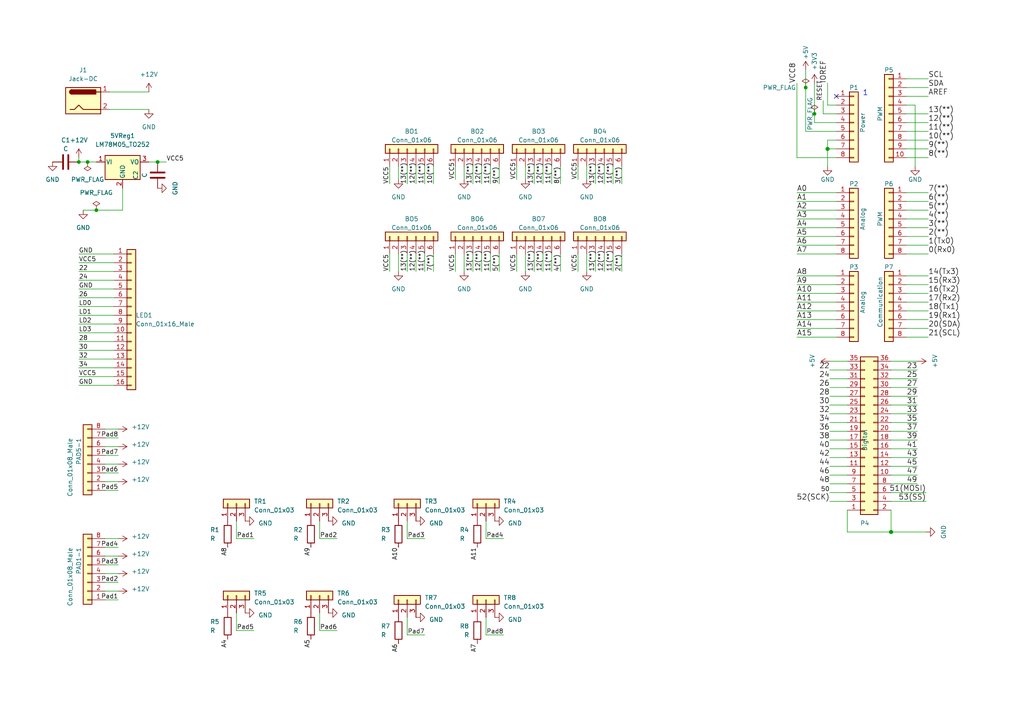
<source format=kicad_sch>
(kicad_sch (version 20230121) (generator eeschema)
  (paper "A4")
  (lib_symbols
    (symbol "Connector:Jack-DC" (pin_names (offset 1.016))
      (property "Reference" "J" (at 0 5.334 0))
      (property "Value" "Jack-DC" (at 0 -5.08 0))
      (symbol "Jack-DC_1_1"
        (pin passive line (at 7.62 2.54 180) (length 2.54) (name "~") (number "1"))
        (pin passive line (at 7.62 -2.54 180) (length 2.54) (name "~") (number "2"))
      )
    )
    (symbol "Connector_Generic:Conn_01x03" (pin_names (offset 1.016) hide)
      (property "Reference" "J" (at 0 5.08 0))
      (property "Value" "Conn_01x03" (at 0 -5.08 0))
      (symbol "Conn_01x03_1_1"
        (pin passive line (at -5.08 2.54 0) (length 3.81) (name "Pin_1") (number "1"))
        (pin passive line (at -5.08 0 0) (length 3.81) (name "Pin_2") (number "2"))
        (pin passive line (at -5.08 -2.54 0) (length 3.81) (name "Pin_3") (number "3"))
      )
    )
    (symbol "Connector_Generic:Conn_01x06" (pin_names (offset 1.016) hide)
      (property "Reference" "J" (at 0 7.62 0))
      (property "Value" "Conn_01x06" (at 0 -10.16 0))
      (symbol "Conn_01x06_1_1"
        (pin passive line (at -5.08 5.08 0) (length 3.81) (name "Pin_1") (number "1"))
        (pin passive line (at -5.08 2.54 0) (length 3.81) (name "Pin_2") (number "2"))
        (pin passive line (at -5.08 0 0) (length 3.81) (name "Pin_3") (number "3"))
        (pin passive line (at -5.08 -2.54 0) (length 3.81) (name "Pin_4") (number "4"))
        (pin passive line (at -5.08 -5.08 0) (length 3.81) (name "Pin_5") (number "5"))
        (pin passive line (at -5.08 -7.62 0) (length 3.81) (name "Pin_6") (number "6"))
      )
    )
    (symbol "Connector_Generic:Conn_01x08" (pin_names (offset 1.016) hide)
      (property "Reference" "J" (at 0 10.16 0))
      (property "Value" "Conn_01x08" (at 0 -12.7 0))
      (symbol "Conn_01x08_1_1"
        (pin passive line (at -5.08 7.62 0) (length 3.81) (name "Pin_1") (number "1"))
        (pin passive line (at -5.08 5.08 0) (length 3.81) (name "Pin_2") (number "2"))
        (pin passive line (at -5.08 2.54 0) (length 3.81) (name "Pin_3") (number "3"))
        (pin passive line (at -5.08 0 0) (length 3.81) (name "Pin_4") (number "4"))
        (pin passive line (at -5.08 -2.54 0) (length 3.81) (name "Pin_5") (number "5"))
        (pin passive line (at -5.08 -5.08 0) (length 3.81) (name "Pin_6") (number "6"))
        (pin passive line (at -5.08 -7.62 0) (length 3.81) (name "Pin_7") (number "7"))
        (pin passive line (at -5.08 -10.16 0) (length 3.81) (name "Pin_8") (number "8"))
      )
    )
    (symbol "Connector_Generic:Conn_01x10" (pin_names (offset 1.016) hide)
      (property "Reference" "J" (at 0 12.7 0))
      (property "Value" "Conn_01x10" (at 0 -15.24 0))
      (symbol "Conn_01x10_1_1"
        (pin passive line (at -5.08 10.16 0) (length 3.81) (name "Pin_1") (number "1"))
        (pin passive line (at -5.08 -12.7 0) (length 3.81) (name "Pin_10") (number "10"))
        (pin passive line (at -5.08 7.62 0) (length 3.81) (name "Pin_2") (number "2"))
        (pin passive line (at -5.08 5.08 0) (length 3.81) (name "Pin_3") (number "3"))
        (pin passive line (at -5.08 2.54 0) (length 3.81) (name "Pin_4") (number "4"))
        (pin passive line (at -5.08 0 0) (length 3.81) (name "Pin_5") (number "5"))
        (pin passive line (at -5.08 -2.54 0) (length 3.81) (name "Pin_6") (number "6"))
        (pin passive line (at -5.08 -5.08 0) (length 3.81) (name "Pin_7") (number "7"))
        (pin passive line (at -5.08 -7.62 0) (length 3.81) (name "Pin_8") (number "8"))
        (pin passive line (at -5.08 -10.16 0) (length 3.81) (name "Pin_9") (number "9"))
      )
    )
    (symbol "Connector_Generic:Conn_01x16" (pin_names (offset 1.016) hide)
      (property "Reference" "J" (at 0 20.32 0))
      (property "Value" "Conn_01x16" (at 0 -22.86 0))
      (symbol "Conn_01x16_1_1"
        (pin passive line (at -5.08 17.78 0) (length 3.81) (name "Pin_1") (number "1"))
        (pin passive line (at -5.08 -5.08 0) (length 3.81) (name "Pin_10") (number "10"))
        (pin passive line (at -5.08 -7.62 0) (length 3.81) (name "Pin_11") (number "11"))
        (pin passive line (at -5.08 -10.16 0) (length 3.81) (name "Pin_12") (number "12"))
        (pin passive line (at -5.08 -12.7 0) (length 3.81) (name "Pin_13") (number "13"))
        (pin passive line (at -5.08 -15.24 0) (length 3.81) (name "Pin_14") (number "14"))
        (pin passive line (at -5.08 -17.78 0) (length 3.81) (name "Pin_15") (number "15"))
        (pin passive line (at -5.08 -20.32 0) (length 3.81) (name "Pin_16") (number "16"))
        (pin passive line (at -5.08 15.24 0) (length 3.81) (name "Pin_2") (number "2"))
        (pin passive line (at -5.08 12.7 0) (length 3.81) (name "Pin_3") (number "3"))
        (pin passive line (at -5.08 10.16 0) (length 3.81) (name "Pin_4") (number "4"))
        (pin passive line (at -5.08 7.62 0) (length 3.81) (name "Pin_5") (number "5"))
        (pin passive line (at -5.08 5.08 0) (length 3.81) (name "Pin_6") (number "6"))
        (pin passive line (at -5.08 2.54 0) (length 3.81) (name "Pin_7") (number "7"))
        (pin passive line (at -5.08 0 0) (length 3.81) (name "Pin_8") (number "8"))
        (pin passive line (at -5.08 -2.54 0) (length 3.81) (name "Pin_9") (number "9"))
      )
    )
    (symbol "Connector_Generic:Conn_02x18_Odd_Even" (pin_names (offset 1.016) hide)
      (property "Reference" "J" (at 1.27 22.86 0))
      (property "Value" "Conn_02x18_Odd_Even" (at 1.27 -25.4 0))
      (symbol "Conn_02x18_Odd_Even_1_1"
        (pin passive line (at -5.08 20.32 0) (length 3.81) (name "Pin_1") (number "1"))
        (pin passive line (at 7.62 10.16 180) (length 3.81) (name "Pin_10") (number "10"))
        (pin passive line (at -5.08 7.62 0) (length 3.81) (name "Pin_11") (number "11"))
        (pin passive line (at 7.62 7.62 180) (length 3.81) (name "Pin_12") (number "12"))
        (pin passive line (at -5.08 5.08 0) (length 3.81) (name "Pin_13") (number "13"))
        (pin passive line (at 7.62 5.08 180) (length 3.81) (name "Pin_14") (number "14"))
        (pin passive line (at -5.08 2.54 0) (length 3.81) (name "Pin_15") (number "15"))
        (pin passive line (at 7.62 2.54 180) (length 3.81) (name "Pin_16") (number "16"))
        (pin passive line (at -5.08 0 0) (length 3.81) (name "Pin_17") (number "17"))
        (pin passive line (at 7.62 0 180) (length 3.81) (name "Pin_18") (number "18"))
        (pin passive line (at -5.08 -2.54 0) (length 3.81) (name "Pin_19") (number "19"))
        (pin passive line (at 7.62 20.32 180) (length 3.81) (name "Pin_2") (number "2"))
        (pin passive line (at 7.62 -2.54 180) (length 3.81) (name "Pin_20") (number "20"))
        (pin passive line (at -5.08 -5.08 0) (length 3.81) (name "Pin_21") (number "21"))
        (pin passive line (at 7.62 -5.08 180) (length 3.81) (name "Pin_22") (number "22"))
        (pin passive line (at -5.08 -7.62 0) (length 3.81) (name "Pin_23") (number "23"))
        (pin passive line (at 7.62 -7.62 180) (length 3.81) (name "Pin_24") (number "24"))
        (pin passive line (at -5.08 -10.16 0) (length 3.81) (name "Pin_25") (number "25"))
        (pin passive line (at 7.62 -10.16 180) (length 3.81) (name "Pin_26") (number "26"))
        (pin passive line (at -5.08 -12.7 0) (length 3.81) (name "Pin_27") (number "27"))
        (pin passive line (at 7.62 -12.7 180) (length 3.81) (name "Pin_28") (number "28"))
        (pin passive line (at -5.08 -15.24 0) (length 3.81) (name "Pin_29") (number "29"))
        (pin passive line (at -5.08 17.78 0) (length 3.81) (name "Pin_3") (number "3"))
        (pin passive line (at 7.62 -15.24 180) (length 3.81) (name "Pin_30") (number "30"))
        (pin passive line (at -5.08 -17.78 0) (length 3.81) (name "Pin_31") (number "31"))
        (pin passive line (at 7.62 -17.78 180) (length 3.81) (name "Pin_32") (number "32"))
        (pin passive line (at -5.08 -20.32 0) (length 3.81) (name "Pin_33") (number "33"))
        (pin passive line (at 7.62 -20.32 180) (length 3.81) (name "Pin_34") (number "34"))
        (pin passive line (at -5.08 -22.86 0) (length 3.81) (name "Pin_35") (number "35"))
        (pin passive line (at 7.62 -22.86 180) (length 3.81) (name "Pin_36") (number "36"))
        (pin passive line (at 7.62 17.78 180) (length 3.81) (name "Pin_4") (number "4"))
        (pin passive line (at -5.08 15.24 0) (length 3.81) (name "Pin_5") (number "5"))
        (pin passive line (at 7.62 15.24 180) (length 3.81) (name "Pin_6") (number "6"))
        (pin passive line (at -5.08 12.7 0) (length 3.81) (name "Pin_7") (number "7"))
        (pin passive line (at 7.62 12.7 180) (length 3.81) (name "Pin_8") (number "8"))
        (pin passive line (at -5.08 10.16 0) (length 3.81) (name "Pin_9") (number "9"))
      )
    )
    (symbol "Device:C" (pin_numbers hide) (pin_names (offset 0.254))
      (property "Reference" "C" (at 0.635 2.54 0))
      (property "Value" "C" (at 0.635 -2.54 0))
      (symbol "C_1_1"
        (pin passive line (at 0 3.81 270) (length 2.794) (name "~") (number "1"))
        (pin passive line (at 0 -3.81 90) (length 2.794) (name "~") (number "2"))
      )
    )
    (symbol "Device:R" (pin_numbers hide) (pin_names (offset 0))
      (property "Reference" "R" (at 2.032 0 90))
      (property "Value" "R" (at 0 0 90))
      (symbol "R_1_1"
        (pin passive line (at 0 3.81 270) (length 1.27) (name "~") (number "1"))
        (pin passive line (at 0 -3.81 90) (length 1.27) (name "~") (number "2"))
      )
    )
    (symbol "Regulator_Linear:LM78M05_TO252" (pin_names (offset 0.254))
      (property "Reference" "U" (at -3.81 3.175 0))
      (property "Value" "LM78M05_TO252" (at 0 3.175 0))
      (symbol "LM78M05_TO252_1_1"
        (pin power_in line (at -7.62 0 0) (length 2.54) (name "VI") (number "1"))
        (pin power_in line (at 0 -7.62 90) (length 2.54) (name "GND") (number "2"))
        (pin power_out line (at 7.62 0 180) (length 2.54) (name "VO") (number "3"))
      )
    )
    (symbol "power:+12V" (power) (pin_names (offset 0))
      (property "Value" "+12V" (at 0 3.556 0))
      (symbol "+12V_1_1"
        (pin power_in line (at 0 0 90) (length 0) hide (name "+12V") (number "1"))
      )
    )
    (symbol "power:+3V3" (power) (pin_names (offset 0))
      (property "Value" "+3V3" (at 0 3.556 0))
      (symbol "+3V3_1_1"
        (pin power_in line (at 0 0 90) (length 0) hide (name "+3V3") (number "1"))
      )
    )
    (symbol "power:+5V" (power) (pin_names (offset 0))
      (property "Value" "+5V" (at 0 3.556 0))
      (symbol "+5V_1_1"
        (pin power_in line (at 0 0 90) (length 0) hide (name "+5V") (number "1"))
      )
    )
    (symbol "power:GND" (power) (pin_names (offset 0))
      (property "Value" "GND" (at 0 -3.81 0))
      (symbol "GND_1_1"
        (pin power_in line (at 0 0 270) (length 0) hide (name "GND") (number "1"))
      )
    )
    (symbol "power:PWR_FLAG" (power) (pin_numbers hide) (pin_names (offset 0) hide)
      (property "Value" "PWR_FLAG" (at 0 3.81 0))
      (symbol "PWR_FLAG_0_0"
        (pin power_out line (at 0 0 90) (length 0) (name "pwr") (number "1"))
      )
    )
  )
  (junction (at 240.03 43.18) (diameter 1.016))
  (junction (at 25.4 46.99))
  (junction (at 27.94 60.96))
  (junction (at 258.445 154.305) (diameter 1.016))
  (junction (at 22.86 46.99))
  (junction (at 45.72 46.99))
  (junction (at 236.22 33.02))
  (junction (at 233.68 25.4))
  (no_connect (at 242.57 27.94))
  (wire (pts (xy 22.86 91.44) (xy 33.02 91.44)))
  (wire (pts (xy 92.71 151.13) (xy 92.71 156.21)))
  (wire (pts (xy 162.56 73.66) (xy 162.56 78.74)))
  (wire (pts (xy 137.16 48.26) (xy 137.16 53.34)))
  (wire (pts (xy 231.14 58.42) (xy 242.57 58.42)))
  (wire (pts (xy 245.745 145.415) (xy 240.665 145.415)))
  (wire (pts (xy 231.14 68.58) (xy 242.57 68.58)))
  (wire (pts (xy 120.65 48.26) (xy 120.65 53.34)))
  (wire (pts (xy 27.94 60.96) (xy 35.56 60.96)))
  (wire (pts (xy 258.445 127.635) (xy 266.065 127.635)))
  (wire (pts (xy 262.89 73.66) (xy 269.24 73.66)))
  (wire (pts (xy 236.22 35.56) (xy 242.57 35.56)))
  (wire (pts (xy 22.86 73.66) (xy 33.02 73.66)))
  (wire (pts (xy 245.745 127.635) (xy 240.665 127.635)))
  (wire (pts (xy 258.445 140.335) (xy 266.065 140.335)))
  (wire (pts (xy 242.57 80.01) (xy 231.14 80.01)))
  (wire (pts (xy 27.94 46.99) (xy 25.4 46.99)))
  (wire (pts (xy 92.71 182.88) (xy 97.79 182.88)))
  (wire (pts (xy 157.48 73.66) (xy 157.48 78.74)))
  (wire (pts (xy 262.89 97.79) (xy 269.24 97.79)))
  (wire (pts (xy 139.7 73.66) (xy 139.7 78.74)))
  (wire (pts (xy 162.56 48.26) (xy 162.56 53.34)))
  (wire (pts (xy 120.65 73.66) (xy 120.65 78.74)))
  (wire (pts (xy 245.745 140.335) (xy 240.665 140.335)))
  (wire (pts (xy 34.29 137.16) (xy 30.48 137.16)))
  (wire (pts (xy 240.665 104.775) (xy 245.745 104.775)))
  (wire (pts (xy 258.445 122.555) (xy 266.065 122.555)))
  (wire (pts (xy 242.57 55.88) (xy 231.14 55.88)))
  (wire (pts (xy 118.11 156.21) (xy 123.19 156.21)))
  (wire (pts (xy 115.57 48.26) (xy 115.57 52.07)))
  (wire (pts (xy 262.89 58.42) (xy 269.24 58.42)))
  (wire (pts (xy 34.29 139.7) (xy 30.48 139.7)))
  (wire (pts (xy 242.57 66.04) (xy 231.14 66.04)))
  (wire (pts (xy 22.86 96.52) (xy 33.02 96.52)))
  (wire (pts (xy 242.57 71.12) (xy 231.14 71.12)))
  (wire (pts (xy 142.24 73.66) (xy 142.24 78.74)))
  (wire (pts (xy 144.78 73.66) (xy 144.78 78.74)))
  (wire (pts (xy 22.86 83.82) (xy 33.02 83.82)))
  (wire (pts (xy 262.89 45.72) (xy 269.24 45.72)))
  (wire (pts (xy 152.4 73.66) (xy 152.4 78.74)))
  (wire (pts (xy 140.97 179.07) (xy 140.97 184.15)))
  (wire (pts (xy 236.22 33.02) (xy 236.22 35.56)))
  (wire (pts (xy 258.445 104.775) (xy 266.065 104.775)))
  (wire (pts (xy 269.24 60.96) (xy 262.89 60.96)))
  (wire (pts (xy 242.57 95.25) (xy 231.14 95.25)))
  (wire (pts (xy 43.18 46.99) (xy 45.72 46.99)))
  (wire (pts (xy 22.86 88.9) (xy 33.02 88.9)))
  (wire (pts (xy 245.745 122.555) (xy 240.665 122.555)))
  (wire (pts (xy 258.445 154.305) (xy 268.605 154.305)))
  (wire (pts (xy 132.08 48.26) (xy 132.08 52.07)))
  (wire (pts (xy 240.03 43.18) (xy 240.03 48.26)))
  (wire (pts (xy 34.29 132.08) (xy 30.48 132.08)))
  (wire (pts (xy 269.24 66.04) (xy 262.89 66.04)))
  (wire (pts (xy 231.14 97.79) (xy 242.57 97.79)))
  (wire (pts (xy 118.11 73.66) (xy 118.11 78.74)))
  (wire (pts (xy 242.57 60.96) (xy 231.14 60.96)))
  (wire (pts (xy 265.43 48.26) (xy 265.43 30.48)))
  (wire (pts (xy 167.64 48.26) (xy 167.64 52.07)))
  (wire (pts (xy 242.57 33.02) (xy 238.76 33.02)))
  (wire (pts (xy 123.19 48.26) (xy 123.19 53.34)))
  (wire (pts (xy 240.03 30.48) (xy 240.03 24.13)))
  (wire (pts (xy 245.745 112.395) (xy 240.665 112.395)))
  (wire (pts (xy 22.86 46.99) (xy 22.86 45.72)))
  (wire (pts (xy 154.94 73.66) (xy 154.94 78.74)))
  (wire (pts (xy 35.56 54.61) (xy 35.56 60.96)))
  (wire (pts (xy 140.97 184.15) (xy 146.05 184.15)))
  (wire (pts (xy 236.22 24.13) (xy 236.22 33.02)))
  (wire (pts (xy 242.57 30.48) (xy 240.03 30.48)))
  (wire (pts (xy 258.445 109.855) (xy 266.065 109.855)))
  (wire (pts (xy 245.745 137.795) (xy 240.665 137.795)))
  (wire (pts (xy 68.58 177.8) (xy 68.58 182.88)))
  (wire (pts (xy 245.745 109.855) (xy 240.665 109.855)))
  (wire (pts (xy 269.24 55.88) (xy 262.89 55.88)))
  (wire (pts (xy 34.29 156.21) (xy 30.48 156.21)))
  (wire (pts (xy 25.4 46.99) (xy 22.86 46.99)))
  (wire (pts (xy 258.445 137.795) (xy 266.065 137.795)))
  (wire (pts (xy 45.72 46.99) (xy 48.26 46.99)))
  (wire (pts (xy 231.14 63.5) (xy 242.57 63.5)))
  (wire (pts (xy 34.29 171.45) (xy 30.48 171.45)))
  (wire (pts (xy 262.89 68.58) (xy 269.24 68.58)))
  (wire (pts (xy 269.24 90.17) (xy 262.89 90.17)))
  (wire (pts (xy 123.19 73.66) (xy 123.19 78.74)))
  (wire (pts (xy 245.745 107.315) (xy 240.665 107.315)))
  (wire (pts (xy 231.14 87.63) (xy 242.57 87.63)))
  (wire (pts (xy 262.89 87.63) (xy 269.24 87.63)))
  (wire (pts (xy 34.29 166.37) (xy 30.48 166.37)))
  (wire (pts (xy 34.29 129.54) (xy 30.48 129.54)))
  (wire (pts (xy 177.8 73.66) (xy 177.8 78.74)))
  (wire (pts (xy 167.64 73.66) (xy 167.64 78.74)))
  (wire (pts (xy 258.445 147.955) (xy 258.445 154.305)))
  (wire (pts (xy 125.73 73.66) (xy 125.73 78.74)))
  (wire (pts (xy 245.745 147.955) (xy 245.745 154.305)))
  (wire (pts (xy 233.68 20.32) (xy 233.68 25.4)))
  (wire (pts (xy 34.29 142.24) (xy 30.48 142.24)))
  (wire (pts (xy 137.16 73.66) (xy 137.16 78.74)))
  (wire (pts (xy 240.03 40.64) (xy 240.03 43.18)))
  (wire (pts (xy 180.34 73.66) (xy 180.34 78.74)))
  (wire (pts (xy 160.02 48.26) (xy 160.02 53.34)))
  (wire (pts (xy 245.745 142.875) (xy 240.665 142.875)))
  (wire (pts (xy 140.97 151.13) (xy 140.97 156.21)))
  (wire (pts (xy 118.11 48.26) (xy 118.11 53.34)))
  (wire (pts (xy 34.29 124.46) (xy 30.48 124.46)))
  (wire (pts (xy 262.89 63.5) (xy 269.24 63.5)))
  (wire (pts (xy 160.02 73.66) (xy 160.02 78.74)))
  (wire (pts (xy 132.08 73.66) (xy 132.08 78.74)))
  (wire (pts (xy 152.4 48.26) (xy 152.4 52.07)))
  (wire (pts (xy 258.445 130.175) (xy 266.065 130.175)))
  (wire (pts (xy 262.89 40.64) (xy 269.24 40.64)))
  (wire (pts (xy 262.89 38.1) (xy 269.24 38.1)))
  (wire (pts (xy 31.75 31.75) (xy 43.18 31.75)))
  (wire (pts (xy 24.13 60.96) (xy 27.94 60.96)))
  (wire (pts (xy 238.76 29.21) (xy 238.76 33.02)))
  (wire (pts (xy 172.72 48.26) (xy 172.72 53.34)))
  (wire (pts (xy 115.57 73.66) (xy 115.57 78.74)))
  (wire (pts (xy 92.71 177.8) (xy 92.71 182.88)))
  (wire (pts (xy 245.745 154.305) (xy 258.445 154.305)))
  (wire (pts (xy 258.445 107.315) (xy 266.065 107.315)))
  (wire (pts (xy 68.58 156.21) (xy 73.66 156.21)))
  (wire (pts (xy 92.71 156.21) (xy 97.79 156.21)))
  (wire (pts (xy 269.24 80.01) (xy 262.89 80.01)))
  (wire (pts (xy 245.745 114.935) (xy 240.665 114.935)))
  (wire (pts (xy 258.445 142.875) (xy 268.605 142.875)))
  (wire (pts (xy 269.24 43.18) (xy 262.89 43.18)))
  (wire (pts (xy 118.11 179.07) (xy 118.11 184.15)))
  (wire (pts (xy 258.445 114.935) (xy 266.065 114.935)))
  (wire (pts (xy 242.57 43.18) (xy 240.03 43.18)))
  (wire (pts (xy 242.57 45.72) (xy 231.14 45.72)))
  (wire (pts (xy 242.57 40.64) (xy 240.03 40.64)))
  (wire (pts (xy 34.29 173.99) (xy 30.48 173.99)))
  (wire (pts (xy 245.745 132.715) (xy 240.665 132.715)))
  (wire (pts (xy 262.89 33.02) (xy 269.24 33.02)))
  (wire (pts (xy 245.745 117.475) (xy 240.665 117.475)))
  (wire (pts (xy 22.86 111.76) (xy 33.02 111.76)))
  (wire (pts (xy 245.745 125.095) (xy 240.665 125.095)))
  (wire (pts (xy 231.14 92.71) (xy 242.57 92.71)))
  (wire (pts (xy 154.94 48.26) (xy 154.94 53.34)))
  (wire (pts (xy 22.86 93.98) (xy 33.02 93.98)))
  (wire (pts (xy 22.86 101.6) (xy 33.02 101.6)))
  (wire (pts (xy 245.745 130.175) (xy 240.665 130.175)))
  (wire (pts (xy 157.48 48.26) (xy 157.48 53.34)))
  (wire (pts (xy 233.68 38.1) (xy 242.57 38.1)))
  (wire (pts (xy 258.445 117.475) (xy 266.065 117.475)))
  (wire (pts (xy 139.7 48.26) (xy 139.7 53.34)))
  (wire (pts (xy 269.24 25.4) (xy 262.89 25.4)))
  (wire (pts (xy 258.445 132.715) (xy 266.065 132.715)))
  (wire (pts (xy 113.03 73.66) (xy 113.03 78.74)))
  (wire (pts (xy 265.43 30.48) (xy 262.89 30.48)))
  (wire (pts (xy 140.97 156.21) (xy 146.05 156.21)))
  (wire (pts (xy 175.26 73.66) (xy 175.26 78.74)))
  (wire (pts (xy 242.57 90.17) (xy 231.14 90.17)))
  (wire (pts (xy 269.24 35.56) (xy 262.89 35.56)))
  (wire (pts (xy 31.75 26.67) (xy 43.18 26.67)))
  (wire (pts (xy 269.24 71.12) (xy 262.89 71.12)))
  (wire (pts (xy 34.29 168.91) (xy 30.48 168.91)))
  (wire (pts (xy 34.29 161.29) (xy 30.48 161.29)))
  (wire (pts (xy 22.86 106.68) (xy 33.02 106.68)))
  (wire (pts (xy 258.445 125.095) (xy 266.065 125.095)))
  (wire (pts (xy 134.62 48.26) (xy 134.62 52.07)))
  (wire (pts (xy 22.86 78.74) (xy 33.02 78.74)))
  (wire (pts (xy 262.89 82.55) (xy 269.24 82.55)))
  (wire (pts (xy 134.62 73.66) (xy 134.62 78.74)))
  (wire (pts (xy 144.78 48.26) (xy 144.78 53.34)))
  (wire (pts (xy 22.86 86.36) (xy 33.02 86.36)))
  (wire (pts (xy 258.445 135.255) (xy 266.065 135.255)))
  (wire (pts (xy 113.03 48.26) (xy 113.03 53.34)))
  (wire (pts (xy 172.72 73.66) (xy 172.72 78.74)))
  (wire (pts (xy 34.29 158.75) (xy 30.48 158.75)))
  (wire (pts (xy 262.89 22.86) (xy 269.24 22.86)))
  (wire (pts (xy 177.8 48.26) (xy 177.8 53.34)))
  (wire (pts (xy 118.11 151.13) (xy 118.11 156.21)))
  (wire (pts (xy 34.29 127) (xy 30.48 127)))
  (wire (pts (xy 170.18 73.66) (xy 170.18 78.74)))
  (wire (pts (xy 269.24 95.25) (xy 262.89 95.25)))
  (wire (pts (xy 22.86 76.2) (xy 33.02 76.2)))
  (wire (pts (xy 231.14 73.66) (xy 242.57 73.66)))
  (wire (pts (xy 231.14 82.55) (xy 242.57 82.55)))
  (wire (pts (xy 22.86 109.22) (xy 33.02 109.22)))
  (wire (pts (xy 258.445 112.395) (xy 266.065 112.395)))
  (wire (pts (xy 22.86 81.28) (xy 33.02 81.28)))
  (wire (pts (xy 142.24 48.26) (xy 142.24 53.34)))
  (wire (pts (xy 34.29 163.83) (xy 30.48 163.83)))
  (wire (pts (xy 34.29 134.62) (xy 30.48 134.62)))
  (wire (pts (xy 180.34 48.26) (xy 180.34 53.34)))
  (wire (pts (xy 258.445 145.415) (xy 268.605 145.415)))
  (wire (pts (xy 269.24 85.09) (xy 262.89 85.09)))
  (wire (pts (xy 22.86 104.14) (xy 33.02 104.14)))
  (wire (pts (xy 22.86 99.06) (xy 33.02 99.06)))
  (wire (pts (xy 175.26 48.26) (xy 175.26 53.34)))
  (wire (pts (xy 245.745 135.255) (xy 240.665 135.255)))
  (wire (pts (xy 262.89 92.71) (xy 269.24 92.71)))
  (wire (pts (xy 231.14 24.13) (xy 231.14 45.72)))
  (wire (pts (xy 118.11 184.15) (xy 123.19 184.15)))
  (wire (pts (xy 245.745 120.015) (xy 240.665 120.015)))
  (wire (pts (xy 242.57 85.09) (xy 231.14 85.09)))
  (wire (pts (xy 233.68 25.4) (xy 233.68 38.1)))
  (wire (pts (xy 149.86 73.66) (xy 149.86 78.74)))
  (wire (pts (xy 149.86 48.26) (xy 149.86 52.07)))
  (wire (pts (xy 262.89 27.94) (xy 269.24 27.94)))
  (wire (pts (xy 258.445 120.015) (xy 266.065 120.015)))
  (wire (pts (xy 68.58 182.88) (xy 73.66 182.88)))
  (wire (pts (xy 68.58 151.13) (xy 68.58 156.21)))
  (wire (pts (xy 170.18 48.26) (xy 170.18 52.07)))
  (wire (pts (xy 125.73 48.26) (xy 125.73 53.34)))
  (text "1" (at 250.19 27.94 0) (effects (font (size 1.524 1.524)) (justify left bottom)))
  (label "15(Rx3)" (at 269.24 82.55 0) (effects (font (size 1.524 1.524))))
  (label "A4" (at 66.04 185.42 270))
  (label "41" (at 266.065 130.175 180) (effects (font (size 1.524 1.524))))
  (label "24" (at 240.665 109.855 180) (effects (font (size 1.524 1.524))))
  (label "11(**)" (at 269.24 38.1 0) (effects (font (size 1.524 1.524))))
  (label "VCC5" (at 48.26 46.99 0))
  (label "A14" (at 231.14 95.25 0) (effects (font (size 1.524 1.524))))
  (label "25" (at 266.065 109.855 180) (effects (font (size 1.524 1.524))))
  (label "Pad6" (at 97.79 182.88 180))
  (label "34" (at 240.665 122.555 180) (effects (font (size 1.524 1.524))))
  (label "A15" (at 231.14 97.79 0) (effects (font (size 1.524 1.524))))
  (label "A9" (at 231.14 82.55 0) (effects (font (size 1.524 1.524))))
  (label "11(**)" (at 123.19 53.34 90))
  (label "Pad8" (at 34.29 127 180))
  (label "A8" (at 231.14 80.01 0) (effects (font (size 1.524 1.524))))
  (label "7(**)" (at 125.73 78.74 90))
  (label "23" (at 266.065 107.315 180) (effects (font (size 1.524 1.524))))
  (label "A5" (at 90.17 185.42 270))
  (label "A10" (at 231.14 85.09 0) (effects (font (size 1.524 1.524))))
  (label "26" (at 240.665 112.395 180) (effects (font (size 1.524 1.524))))
  (label "GND" (at 22.86 73.66 0))
  (label "14(Tx3)" (at 269.24 80.01 0) (effects (font (size 1.524 1.524))))
  (label "11(**)" (at 123.19 78.74 90))
  (label "11(**)" (at 142.24 78.74 90))
  (label "45" (at 266.065 135.255 180) (effects (font (size 1.524 1.524))))
  (label "LD2" (at 22.86 93.98 0))
  (label "VCC5" (at 132.08 78.74 90))
  (label "A2" (at 231.14 60.96 0) (effects (font (size 1.524 1.524))))
  (label "8(**)" (at 162.56 53.34 90))
  (label "35" (at 266.065 122.555 180) (effects (font (size 1.524 1.524))))
  (label "VCC5" (at 132.08 52.07 90))
  (label "12(**)" (at 139.7 53.34 90))
  (label "4(**)" (at 269.24 63.5 0) (effects (font (size 1.524 1.524))))
  (label "12(**)" (at 157.48 78.74 90))
  (label "5(**)" (at 144.78 78.74 90))
  (label "13(**)" (at 118.11 53.34 90))
  (label "12(**)" (at 175.26 53.34 90))
  (label "LD3" (at 22.86 96.52 0))
  (label "13(**)" (at 154.94 53.34 90))
  (label "A6" (at 231.14 71.12 0) (effects (font (size 1.524 1.524))))
  (label "SCL" (at 269.24 22.86 0) (effects (font (size 1.524 1.524))))
  (label "28" (at 22.86 99.06 0))
  (label "12(**)" (at 139.7 78.74 90))
  (label "44" (at 240.665 135.255 180) (effects (font (size 1.524 1.524))))
  (label "22" (at 22.86 78.74 0))
  (label "Pad4" (at 34.29 158.75 180))
  (label "40" (at 240.665 130.175 180) (effects (font (size 1.524 1.524))))
  (label "2(**)" (at 180.34 78.74 90))
  (label "13(**)" (at 137.16 78.74 90))
  (label "9(**)" (at 269.24 43.18 0) (effects (font (size 1.524 1.524))))
  (label "VCC5" (at 149.86 78.74 90))
  (label "VCC5" (at 113.03 78.74 90))
  (label "11(**)" (at 142.24 53.34 90))
  (label "VCC5" (at 149.86 52.07 90))
  (label "11(**)" (at 177.8 78.74 90))
  (label "LD0" (at 22.86 88.9 0))
  (label "Pad1" (at 34.29 173.99 180))
  (label "A7" (at 231.14 73.66 0) (effects (font (size 1.524 1.524))))
  (label "29" (at 266.065 114.935 180) (effects (font (size 1.524 1.524))))
  (label "A3" (at 231.14 63.5 0) (effects (font (size 1.524 1.524))))
  (label "VCC5" (at 113.03 53.34 90))
  (label "47" (at 266.065 137.795 180) (effects (font (size 1.524 1.524))))
  (label "Pad5" (at 73.66 182.88 180))
  (label "4(**)" (at 162.56 78.74 90))
  (label "28" (at 240.665 114.935 180) (effects (font (size 1.524 1.524))))
  (label "13(**)" (at 137.16 53.34 90))
  (label "17(Rx2)" (at 269.24 87.63 0) (effects (font (size 1.524 1.524))))
  (label "36" (at 240.665 125.095 180) (effects (font (size 1.524 1.524))))
  (label "A8" (at 66.04 158.75 270))
  (label "Pad2" (at 97.79 156.21 180))
  (label "48" (at 240.665 140.335 180) (effects (font (size 1.524 1.524))))
  (label "53(SS)" (at 268.605 145.415 180) (effects (font (size 1.524 1.524))))
  (label "37" (at 266.065 125.095 180) (effects (font (size 1.524 1.524))))
  (label "51(MOSI)" (at 268.605 142.875 180) (effects (font (size 1.524 1.524))))
  (label "A12" (at 231.14 90.17 0) (effects (font (size 1.524 1.524))))
  (label "39" (at 266.065 127.635 180) (effects (font (size 1.524 1.524))))
  (label "20(SDA)" (at 269.24 95.25 0) (effects (font (size 1.524 1.524))))
  (label "Pad4" (at 146.05 156.21 180))
  (label "42" (at 240.665 132.715 180) (effects (font (size 1.524 1.524))))
  (label "SDA" (at 269.24 25.4 0) (effects (font (size 1.524 1.524))))
  (label "11(**)" (at 177.8 53.34 90))
  (label "34" (at 22.86 106.68 0))
  (label "A11" (at 231.14 87.63 0) (effects (font (size 1.524 1.524))))
  (label "10(**)" (at 125.73 53.34 90))
  (label "A6" (at 115.57 186.69 270))
  (label "3(**)" (at 269.24 66.04 0) (effects (font (size 1.524 1.524))))
  (label "24" (at 22.86 81.28 0))
  (label "8(**)" (at 269.24 45.72 0) (effects (font (size 1.524 1.524))))
  (label "A13" (at 231.14 92.71 0) (effects (font (size 1.524 1.524))))
  (label "GND" (at 22.86 111.76 0))
  (label "49" (at 266.065 140.335 180) (effects (font (size 1.524 1.524))))
  (label "12(**)" (at 120.65 53.34 90))
  (label "Pad7" (at 123.19 184.15 180))
  (label "3(**)" (at 180.34 53.34 90))
  (label "11(**)" (at 160.02 78.74 90))
  (label "11(**)" (at 160.02 53.34 90))
  (label "7(**)" (at 269.24 55.88 0) (effects (font (size 1.524 1.524))))
  (label "RESET" (at 238.76 29.21 90))
  (label "13(**)" (at 269.24 33.02 0) (effects (font (size 1.524 1.524))))
  (label "50" (at 240.665 142.875 180))
  (label "12(**)" (at 269.24 35.56 0) (effects (font (size 1.524 1.524))))
  (label "Pad8" (at 146.05 184.15 180))
  (label "30" (at 22.86 101.6 0))
  (label "22" (at 240.665 107.315 180) (effects (font (size 1.524 1.524))))
  (label "16(Tx2)" (at 269.24 85.09 0) (effects (font (size 1.524 1.524))))
  (label "VCC5" (at 167.64 52.07 90))
  (label "IOREF" (at 240.03 24.13 90) (effects (font (size 1.524 1.524))))
  (label "12(**)" (at 175.26 78.74 90))
  (label "33" (at 266.065 120.015 180) (effects (font (size 1.524 1.524))))
  (label "13(**)" (at 172.72 78.74 90))
  (label "31" (at 266.065 117.475 180) (effects (font (size 1.524 1.524))))
  (label "A9" (at 90.17 158.75 270))
  (label "38" (at 240.665 127.635 180) (effects (font (size 1.524 1.524))))
  (label "VCC5" (at 22.86 109.22 0))
  (label "VCC5" (at 22.86 76.2 0))
  (label "A4" (at 231.14 66.04 0) (effects (font (size 1.524 1.524))))
  (label "A10" (at 115.57 158.75 270))
  (label "30" (at 240.665 117.475 180) (effects (font (size 1.524 1.524))))
  (label "VCC5" (at 167.64 78.74 90))
  (label "21(SCL)" (at 269.24 97.79 0) (effects (font (size 1.524 1.524))))
  (label "12(**)" (at 157.48 53.34 90))
  (label "VCC8" (at 231.14 24.13 90) (effects (font (size 1.524 1.524))))
  (label "43" (at 266.065 132.715 180) (effects (font (size 1.524 1.524))))
  (label "46" (at 240.665 137.795 180) (effects (font (size 1.524 1.524))))
  (label "32" (at 240.665 120.015 180) (effects (font (size 1.524 1.524))))
  (label "1(Tx0)" (at 269.24 71.12 0) (effects (font (size 1.524 1.524))))
  (label "0(Rx0)" (at 269.24 73.66 0) (effects (font (size 1.524 1.524))))
  (label "AREF" (at 269.24 27.94 0) (effects (font (size 1.524 1.524))))
  (label "Pad3" (at 34.29 163.83 180))
  (label "Pad1" (at 73.66 156.21 180))
  (label "12(**)" (at 120.65 78.74 90))
  (label "A7" (at 138.43 186.69 270))
  (label "Pad5" (at 34.29 142.24 180))
  (label "2(**)" (at 269.24 68.58 0) (effects (font (size 1.524 1.524))))
  (label "5(**)" (at 269.24 60.96 0) (effects (font (size 1.524 1.524))))
  (label "Pad7" (at 34.29 132.08 180))
  (label "26" (at 22.86 86.36 0))
  (label "6(**)" (at 269.24 58.42 0) (effects (font (size 1.524 1.524))))
  (label "52(SCK)" (at 240.665 145.415 180) (effects (font (size 1.524 1.524))))
  (label "Pad2" (at 34.29 168.91 180))
  (label "A11" (at 138.43 158.75 270))
  (label "LD1" (at 22.86 91.44 0))
  (label "9(**)" (at 144.78 53.34 90))
  (label "A5" (at 231.14 68.58 0) (effects (font (size 1.524 1.524))))
  (label "27" (at 266.065 112.395 180) (effects (font (size 1.524 1.524))))
  (label "13(**)" (at 118.11 78.74 90))
  (label "19(Rx1)" (at 269.24 92.71 0) (effects (font (size 1.524 1.524))))
  (label "13(**)" (at 172.72 53.34 90))
  (label "GND" (at 22.86 83.82 0))
  (label "32" (at 22.86 104.14 0))
  (label "A0" (at 231.14 55.88 0) (effects (font (size 1.524 1.524))))
  (label "A1" (at 231.14 58.42 0) (effects (font (size 1.524 1.524))))
  (label "13(**)" (at 154.94 78.74 90))
  (label "Pad3" (at 123.19 156.21 180))
  (label "Pad6" (at 34.29 137.16 180))
  (label "18(Tx1)" (at 269.24 90.17 0) (effects (font (size 1.524 1.524))))
  (label "10(**)" (at 269.24 40.64 0) (effects (font (size 1.524 1.524))))
  (symbol (lib_id "power:GND") (at 115.57 52.07 0) (unit 1)
    (property "Reference" "#PWR010" (effects hide))
    (property "Value" "GND" (at 115.57 57.15 0))
  )
  (symbol (lib_id "power:GND") (at 143.51 151.13 90) (unit 1)
    (property "Reference" "#PWR021" (effects hide))
    (property "Value" "GND" (at 147.32 151.765 90) (effects (justify right)))
  )
  (symbol (lib_id "power:+12V") (at 34.29 161.29 270) (unit 1)
    (property "Reference" "#PWR07" (effects hide))
    (property "Value" "+12V" (at 38.1 160.655 90) (effects (justify left)))
  )
  (symbol (lib_id "Device:R") (at 90.17 154.94 0) (unit 1)
    (property "Reference" "R2" (at 85.09 153.67 0) (effects (justify left)))
    (property "Value" "R" (at 85.09 156.21 0) (effects (justify left)))
    (property "Footprint" "footprints:RES_RK73G2A_KOA" (effects hide))
  )
  (symbol (lib_id "Connector_Generic:Conn_01x03") (at 140.97 173.99 90) (unit 1)
    (property "Reference" "TR8" (at 146.05 173.355 90) (effects (justify right)))
    (property "Value" "Conn_01x03" (at 146.05 175.895 90) (effects (justify right)))
    (property "Footprint" "Connector_PinSocket_2.54mm:PinSocket_1x03_P2.54mm_Vertical" (effects hide))
  )
  (symbol (lib_id "power:GND") (at 134.62 78.74 0) (unit 1)
    (property "Reference" "#PWR015" (effects hide))
    (property "Value" "GND" (at 134.62 83.82 0))
  )
  (symbol (lib_id "Device:R") (at 66.04 181.61 0) (unit 1)
    (property "Reference" "R5" (at 60.96 180.34 0) (effects (justify left)))
    (property "Value" "R" (at 60.96 182.88 0) (effects (justify left)))
    (property "Footprint" "footprints:RES_RK73G2A_KOA" (effects hide))
  )
  (symbol (lib_id "power:PWR_FLAG") (at 27.94 60.96 0) (unit 1)
    (property "Reference" "#FLG0102" (effects hide))
    (property "Value" "PWR_FLAG" (at 27.94 55.88 0))
  )
  (symbol (lib_id "power:+12V") (at 34.29 134.62 270) (unit 1)
    (property "Reference" "#PWR02" (effects hide))
    (property "Value" "+12V" (at 38.1 133.985 90) (effects (justify left)))
  )
  (symbol (lib_id "power:GND") (at 71.12 177.8 90) (unit 1)
    (property "Reference" "#PWR025" (effects hide))
    (property "Value" "GND" (at 74.93 178.435 90) (effects (justify right)))
  )
  (symbol (lib_id "Regulator_Linear:LM78M05_TO252") (at 35.56 46.99 0) (unit 1)
    (property "Reference" "5VReg1" (at 35.56 39.37 0))
    (property "Value" "LM78M05_TO252" (at 35.56 41.91 0))
    (property "Footprint" "Package_TO_SOT_SMD:TO-252-2" (effects hide))
    (property "Datasheet" "https://www.onsemi.com/pub/Collateral/MC78M00-D.PDF" (effects hide))
  )
  (symbol (lib_id "Device:C") (at 19.05 46.99 90) (unit 1)
    (property "Reference" "C1" (at 19.05 40.64 90))
    (property "Value" "C" (at 19.05 43.18 90))
    (property "Footprint" "footprints_0-33uF:CAP_1608_TDK" (effects hide))
  )
  (symbol (lib_id "Connector_Generic:Conn_01x08") (at 257.81 63.5 0) (mirror y) (unit 1)
    (property "Reference" "P6" (at 257.81 53.34 0))
    (property "Value" "PWM" (at 255.27 63.5 90))
    (property "Footprint" "Connector_PinHeader_2.54mm:PinHeader_1x08_P2.54mm_Vertical" (effects hide))
  )
  (symbol (lib_id "power:+12V") (at 34.29 124.46 270) (unit 1)
    (property "Reference" "#PWR04" (effects hide))
    (property "Value" "+12V" (at 38.1 123.825 90) (effects (justify left)))
  )
  (symbol (lib_id "Connector_Generic:Conn_01x08") (at 25.4 166.37 180) (unit 1)
    (property "Reference" "PAD1-1" (at 22.86 158.75 90) (effects (justify left)))
    (property "Value" "Conn_01x08_Male" (at 20.32 158.75 90) (effects (justify left)))
    (property "Footprint" "Connector_PinHeader_2.54mm:PinHeader_1x08_P2.54mm_Vertical" (effects hide))
  )
  (symbol (lib_id "power:GND") (at 170.18 52.07 0) (unit 1)
    (property "Reference" "#PWR013" (effects hide))
    (property "Value" "GND" (at 170.18 57.15 0))
  )
  (symbol (lib_id "Connector_Generic:Conn_01x03") (at 92.71 172.72 90) (unit 1)
    (property "Reference" "TR6" (at 97.79 172.085 90) (effects (justify right)))
    (property "Value" "Conn_01x03" (at 97.79 174.625 90) (effects (justify right)))
    (property "Footprint" "Connector_PinSocket_2.54mm:PinSocket_1x03_P2.54mm_Vertical" (effects hide))
  )
  (symbol (lib_id "Device:R") (at 115.57 182.88 0) (unit 1)
    (property "Reference" "R7" (at 110.49 181.61 0) (effects (justify left)))
    (property "Value" "R" (at 110.49 184.15 0) (effects (justify left)))
    (property "Footprint" "footprints:RES_RK73G2A_KOA" (effects hide))
  )
  (symbol (lib_id "Connector_Generic:Conn_01x10") (at 257.81 33.02 0) (mirror y) (unit 1)
    (property "Reference" "P5" (at 257.81 20.32 0))
    (property "Value" "PWM" (at 255.27 33.02 90))
    (property "Footprint" "Connector_PinHeader_2.54mm:PinHeader_1x10_P2.54mm_Vertical" (effects hide))
  )
  (symbol (lib_id "Connector_Generic:Conn_01x03") (at 68.58 172.72 90) (unit 1)
    (property "Reference" "TR5" (at 73.66 172.085 90) (effects (justify right)))
    (property "Value" "Conn_01x03" (at 73.66 174.625 90) (effects (justify right)))
    (property "Footprint" "Connector_PinSocket_2.54mm:PinSocket_1x03_P2.54mm_Vertical" (effects hide))
  )
  (symbol (lib_id "Connector_Generic:Conn_01x08") (at 247.65 87.63 0) (unit 1)
    (property "Reference" "P3" (at 247.65 77.47 0))
    (property "Value" "Analog" (at 250.19 87.63 90))
    (property "Footprint" "Connector_PinHeader_2.54mm:PinHeader_1x08_P2.54mm_Vertical" (effects hide))
  )
  (symbol (lib_id "power:GND") (at 24.13 60.96 0) (unit 1)
    (property "Reference" "#PWR0107" (effects hide))
    (property "Value" "GND" (at 24.13 66.04 0))
  )
  (symbol (lib_id "power:GND") (at 95.25 151.13 90) (unit 1)
    (property "Reference" "#PWR019" (effects hide))
    (property "Value" "GND" (at 99.06 151.765 90) (effects (justify right)))
  )
  (symbol (lib_id "Connector_Generic:Conn_01x06") (at 118.11 43.18 90) (unit 1)
    (property "Reference" "BO1" (at 119.38 38.1 90))
    (property "Value" "Conn_01x06" (at 119.38 40.64 90))
    (property "Footprint" "Connector_PinHeader_2.54mm:PinHeader_1x06_P2.54mm_Vertical" (effects hide))
  )
  (symbol (lib_id "Connector_Generic:Conn_01x03") (at 118.11 146.05 90) (unit 1)
    (property "Reference" "TR3" (at 123.19 145.415 90) (effects (justify right)))
    (property "Value" "Conn_01x03" (at 123.19 147.955 90) (effects (justify right)))
    (property "Footprint" "Connector_PinSocket_2.54mm:PinSocket_1x03_P2.54mm_Vertical" (effects hide))
  )
  (symbol (lib_id "Connector_Generic:Conn_01x06") (at 154.94 68.58 90) (unit 1)
    (property "Reference" "BO7" (at 156.21 63.5 90))
    (property "Value" "Conn_01x06" (at 156.21 66.04 90))
    (property "Footprint" "Connector_PinHeader_2.54mm:PinHeader_1x06_P2.54mm_Vertical" (effects hide))
  )
  (symbol (lib_id "power:GND") (at 71.12 151.13 90) (unit 1)
    (property "Reference" "#PWR018" (effects hide))
    (property "Value" "GND" (at 74.93 151.765 90) (effects (justify right)))
  )
  (symbol (lib_id "power:+12V") (at 22.86 45.72 0) (unit 1)
    (property "Reference" "#PWR0108" (effects hide))
    (property "Value" "+12V" (at 22.86 40.64 0))
  )
  (symbol (lib_id "power:+12V") (at 34.29 139.7 270) (unit 1)
    (property "Reference" "#PWR01" (effects hide))
    (property "Value" "+12V" (at 38.1 139.065 90) (effects (justify left)))
  )
  (symbol (lib_id "Device:R") (at 90.17 181.61 0) (unit 1)
    (property "Reference" "R6" (at 85.09 180.34 0) (effects (justify left)))
    (property "Value" "R" (at 85.09 182.88 0) (effects (justify left)))
    (property "Footprint" "footprints:RES_RK73G2A_KOA" (effects hide))
  )
  (symbol (lib_id "power:GND") (at 152.4 52.07 0) (unit 1)
    (property "Reference" "#PWR012" (effects hide))
    (property "Value" "GND" (at 152.4 57.15 0))
  )
  (symbol (lib_id "power:GND") (at 240.03 48.26 0) (unit 1)
    (property "Reference" "#PWR0101" (effects hide))
    (property "Value" "GND" (at 240.03 52.07 0))
  )
  (symbol (lib_id "Connector_Generic:Conn_01x03") (at 68.58 146.05 90) (unit 1)
    (property "Reference" "TR1" (at 73.66 145.415 90) (effects (justify right)))
    (property "Value" "Conn_01x03" (at 73.66 147.955 90) (effects (justify right)))
    (property "Footprint" "Connector_PinSocket_2.54mm:PinSocket_1x03_P2.54mm_Vertical" (effects hide))
  )
  (symbol (lib_id "Connector_Generic:Conn_01x08") (at 257.81 87.63 0) (mirror y) (unit 1)
    (property "Reference" "P7" (at 257.81 77.47 0))
    (property "Value" "Communication" (at 255.27 87.63 90))
    (property "Footprint" "Connector_PinHeader_2.54mm:PinHeader_1x08_P2.54mm_Vertical" (effects hide))
  )
  (symbol (lib_id "power:PWR_FLAG") (at 25.4 46.99 180) (unit 1)
    (property "Reference" "#FLG0101" (effects hide))
    (property "Value" "PWR_FLAG" (at 25.4 52.07 0))
  )
  (symbol (lib_id "Connector_Generic:Conn_01x16") (at 38.1 91.44 0) (unit 1)
    (property "Reference" "LED1" (at 39.37 91.4399 0) (effects (justify left)))
    (property "Value" "Conn_01x16_Male" (at 39.37 93.9799 0) (effects (justify left)))
    (property "Footprint" "Connector_PinHeader_2.54mm:PinHeader_1x16_P2.54mm_Vertical" (effects hide))
  )
  (symbol (lib_id "power:+12V") (at 34.29 171.45 270) (unit 1)
    (property "Reference" "#PWR05" (effects hide))
    (property "Value" "+12V" (at 38.1 170.815 90) (effects (justify left)))
  )
  (symbol (lib_id "Connector_Generic:Conn_01x08") (at 25.4 134.62 180) (unit 1)
    (property "Reference" "PAD5-1" (at 22.86 127 90) (effects (justify left)))
    (property "Value" "Conn_01x08_Male" (at 20.32 127 90) (effects (justify left)))
    (property "Footprint" "Connector_PinHeader_2.54mm:PinHeader_1x08_P2.54mm_Vertical" (effects hide))
  )
  (symbol (lib_id "power:GND") (at 268.605 154.305 90) (unit 1)
    (property "Reference" "#PWR09" (effects hide))
    (property "Value" "GND" (at 273.685 154.305 0))
  )
  (symbol (lib_id "Device:R") (at 138.43 182.88 0) (unit 1)
    (property "Reference" "R8" (at 133.35 181.61 0) (effects (justify left)))
    (property "Value" "R" (at 134.62 184.15 0) (effects (justify left)))
    (property "Footprint" "footprints:RES_RK73G2A_KOA" (effects hide))
  )
  (symbol (lib_id "power:+12V") (at 34.29 156.21 270) (unit 1)
    (property "Reference" "#PWR08" (effects hide))
    (property "Value" "+12V" (at 38.1 155.575 90) (effects (justify left)))
  )
  (symbol (lib_id "power:+12V") (at 34.29 129.54 270) (unit 1)
    (property "Reference" "#PWR03" (effects hide))
    (property "Value" "+12V" (at 38.1 128.905 90) (effects (justify left)))
  )
  (symbol (lib_id "Connector_Generic:Conn_01x06") (at 172.72 68.58 90) (unit 1)
    (property "Reference" "BO8" (at 173.99 63.5 90))
    (property "Value" "Conn_01x06" (at 173.99 66.04 90))
    (property "Footprint" "Connector_PinHeader_2.54mm:PinHeader_1x06_P2.54mm_Vertical" (effects hide))
  )
  (symbol (lib_id "Device:C") (at 45.72 50.8 180) (unit 1)
    (property "Reference" "C2" (at 39.37 50.8 90))
    (property "Value" "C" (at 41.91 50.8 90))
    (property "Footprint" "footprints_0-1uF_Capacitor:CAP_CL05_SAM" (effects hide))
  )
  (symbol (lib_id "Connector_Generic:Conn_01x03") (at 118.11 173.99 90) (unit 1)
    (property "Reference" "TR7" (at 123.19 173.355 90) (effects (justify right)))
    (property "Value" "Conn_01x03" (at 123.19 175.895 90) (effects (justify right)))
    (property "Footprint" "Connector_PinSocket_2.54mm:PinSocket_1x03_P2.54mm_Vertical" (effects hide))
  )
  (symbol (lib_id "Connector_Generic:Conn_01x08") (at 247.65 63.5 0) (unit 1)
    (property "Reference" "P2" (at 247.65 53.34 0))
    (property "Value" "Analog" (at 250.19 63.5 90))
    (property "Footprint" "Connector_PinHeader_2.54mm:PinHeader_1x08_P2.54mm_Vertical" (effects hide))
  )
  (symbol (lib_id "Device:R") (at 66.04 154.94 0) (unit 1)
    (property "Reference" "R1" (at 60.96 153.67 0) (effects (justify left)))
    (property "Value" "R" (at 60.96 156.21 0) (effects (justify left)))
    (property "Footprint" "footprints:RES_RK73G2A_KOA" (effects hide))
  )
  (symbol (lib_id "Connector_Generic:Conn_01x06") (at 154.94 43.18 90) (unit 1)
    (property "Reference" "BO3" (at 156.21 38.1 90))
    (property "Value" "Conn_01x06" (at 156.21 40.64 90))
    (property "Footprint" "Connector_PinHeader_2.54mm:PinHeader_1x06_P2.54mm_Vertical" (effects hide))
  )
  (symbol (lib_id "Connector_Generic:Conn_01x06") (at 172.72 43.18 90) (unit 1)
    (property "Reference" "BO4" (at 173.99 38.1 90))
    (property "Value" "Conn_01x06" (at 173.99 40.64 90))
    (property "Footprint" "Connector_PinHeader_2.54mm:PinHeader_1x06_P2.54mm_Vertical" (effects hide))
  )
  (symbol (lib_id "power:GND") (at 152.4 78.74 0) (unit 1)
    (property "Reference" "#PWR016" (effects hide))
    (property "Value" "GND" (at 152.4 83.82 0))
  )
  (symbol (lib_id "Device:R") (at 138.43 154.94 0) (unit 1)
    (property "Reference" "R4" (at 133.35 153.67 0) (effects (justify left)))
    (property "Value" "R" (at 133.35 156.21 0) (effects (justify left)))
    (property "Footprint" "footprints:RES_RK73G2A_KOA" (effects hide))
  )
  (symbol (lib_id "Connector_Generic:Conn_01x06") (at 137.16 68.58 90) (unit 1)
    (property "Reference" "BO6" (at 138.43 63.5 90))
    (property "Value" "Conn_01x06" (at 138.43 66.04 90))
    (property "Footprint" "Connector_PinHeader_2.54mm:PinHeader_1x06_P2.54mm_Vertical" (effects hide))
  )
  (symbol (lib_id "power:GND") (at 43.18 31.75 0) (unit 1)
    (property "Reference" "#PWR0106" (effects hide))
    (property "Value" "GND" (at 43.18 36.83 0))
  )
  (symbol (lib_id "power:+5V") (at 240.665 104.775 90) (unit 1)
    (property "Reference" "#PWR0118" (effects hide))
    (property "Value" "+5V" (at 235.585 104.775 0))
  )
  (symbol (lib_id "Connector_Generic:Conn_01x06") (at 137.16 43.18 90) (unit 1)
    (property "Reference" "BO2" (at 138.43 38.1 90))
    (property "Value" "Conn_01x06" (at 138.43 40.64 90))
    (property "Footprint" "Connector_PinHeader_2.54mm:PinHeader_1x06_P2.54mm_Vertical" (effects hide))
  )
  (symbol (lib_id "power:GND") (at 120.65 179.07 90) (unit 1)
    (property "Reference" "#PWR023" (effects hide))
    (property "Value" "GND" (at 124.46 179.705 90) (effects (justify right)))
  )
  (symbol (lib_id "Connector_Generic:Conn_01x06") (at 118.11 68.58 90) (unit 1)
    (property "Reference" "BO5" (at 119.38 63.5 90))
    (property "Value" "Conn_01x06" (at 119.38 66.04 90))
    (property "Footprint" "Connector_PinHeader_2.54mm:PinHeader_1x06_P2.54mm_Vertical" (effects hide))
  )
  (symbol (lib_id "power:GND") (at 265.43 48.26 0) (unit 1)
    (property "Reference" "#PWR0104" (effects hide))
    (property "Value" "GND" (at 265.43 52.07 0))
  )
  (symbol (lib_id "power:+5V") (at 233.68 20.32 0) (unit 1)
    (property "Reference" "#PWR0102" (effects hide))
    (property "Value" "+5V" (at 233.68 15.24 90))
  )
  (symbol (lib_id "Connector:Jack-DC") (at 24.13 29.21 0) (unit 1)
    (property "Reference" "J1" (at 24.13 20.32 0))
    (property "Value" "Jack-DC" (at 24.13 22.86 0))
    (property "Footprint" "Connector_BarrelJack:BarrelJack_CUI_PJ-063AH_Horizontal" (effects hide))
  )
  (symbol (lib_id "power:+12V") (at 43.18 26.67 0) (unit 1)
    (property "Reference" "#PWR0105" (effects hide))
    (property "Value" "+12V" (at 43.18 21.59 0))
  )
  (symbol (lib_id "Connector_Generic:Conn_01x03") (at 140.97 146.05 90) (unit 1)
    (property "Reference" "TR4" (at 146.05 145.415 90) (effects (justify right)))
    (property "Value" "Conn_01x03" (at 146.05 147.955 90) (effects (justify right)))
    (property "Footprint" "Connector_PinSocket_2.54mm:PinSocket_1x03_P2.54mm_Vertical" (effects hide))
  )
  (symbol (lib_id "Device:R") (at 115.57 154.94 0) (unit 1)
    (property "Reference" "R3" (at 110.49 153.67 0) (effects (justify left)))
    (property "Value" "R" (at 110.49 156.21 0) (effects (justify left)))
    (property "Footprint" "footprints:RES_RK73G2A_KOA" (effects hide))
  )
  (symbol (lib_id "power:GND") (at 115.57 78.74 0) (unit 1)
    (property "Reference" "#PWR014" (effects hide))
    (property "Value" "GND" (at 115.57 83.82 0))
  )
  (symbol (lib_id "power:GND") (at 134.62 52.07 0) (unit 1)
    (property "Reference" "#PWR011" (effects hide))
    (property "Value" "GND" (at 134.62 57.15 0))
  )
  (symbol (lib_id "power:GND") (at 170.18 78.74 0) (unit 1)
    (property "Reference" "#PWR017" (effects hide))
    (property "Value" "GND" (at 170.18 83.82 0))
  )
  (symbol (lib_id "power:GND") (at 95.25 177.8 90) (unit 1)
    (property "Reference" "#PWR024" (effects hide))
    (property "Value" "GND" (at 99.06 178.435 90) (effects (justify right)))
  )
  (symbol (lib_id "power:GND") (at 143.51 179.07 90) (unit 1)
    (property "Reference" "#PWR022" (effects hide))
    (property "Value" "GND" (at 147.32 179.705 90) (effects (justify right)))
  )
  (symbol (lib_id "power:GND") (at 45.72 54.61 90) (unit 1)
    (property "Reference" "#PWR027" (effects hide))
    (property "Value" "GND" (at 50.8 54.61 0))
  )
  (symbol (lib_id "power:+5V") (at 266.065 104.775 270) (unit 1)
    (property "Reference" "#PWR0119" (effects hide))
    (property "Value" "+5V" (at 271.145 104.775 0))
  )
  (symbol (lib_id "power:+3V3") (at 236.22 24.13 0) (unit 1)
    (property "Reference" "#PWR0103" (effects hide))
    (property "Value" "+3.3V" (at 236.22 17.78 90))
  )
  (symbol (lib_id "power:PWR_FLAG") (at 236.22 33.02 0) (unit 1)
    (property "Reference" "#FLG0104" (effects hide))
    (property "Value" "PWR_FLAG" (at 234.95 33.02 90))
  )
  (symbol (lib_id "Connector_Generic:Conn_01x08") (at 247.65 35.56 0) (unit 1)
    (property "Reference" "P1" (at 247.65 25.4 0))
    (property "Value" "Power" (at 250.19 35.56 90))
    (property "Footprint" "Connector_PinHeader_2.54mm:PinHeader_1x08_P2.54mm_Vertical" (effects hide))
  )
  (symbol (lib_id "power:+12V") (at 34.29 166.37 270) (unit 1)
    (property "Reference" "#PWR06" (effects hide))
    (property "Value" "+12V" (at 38.1 165.735 90) (effects (justify left)))
  )
  (symbol (lib_id "Connector_Generic:Conn_02x18_Odd_Even") (at 250.825 127.635 0) (mirror x) (unit 1)
    (property "Reference" "P4" (at 250.825 151.765 0))
    (property "Value" "Digital" (at 250.825 127.635 90))
    (property "Footprint" "Connector_PinHeader_2.54mm:PinHeader_2x18_P2.54mm_Vertical" (effects hide))
  )
  (symbol (lib_id "Connector_Generic:Conn_01x03") (at 92.71 146.05 90) (unit 1)
    (property "Reference" "TR2" (at 97.79 145.415 90) (effects (justify right)))
    (property "Value" "Conn_01x03" (at 97.79 147.955 90) (effects (justify right)))
    (property "Footprint" "Connector_PinSocket_2.54mm:PinSocket_1x03_P2.54mm_Vertical" (effects hide))
  )
  (symbol (lib_id "power:GND") (at 120.65 151.13 90) (unit 1)
    (property "Reference" "#PWR020" (effects hide))
    (property "Value" "GND" (at 124.46 151.765 90) (effects (justify right)))
  )
  (symbol (lib_id "power:PWR_FLAG") (at 233.68 25.4 0) (unit 1)
    (property "Reference" "#FLG0103" (effects hide))
    (property "Value" "PWR_FLAG" (at 226.06 25.4 0))
  )
  (symbol (lib_id "power:GND") (at 15.24 46.99 0) (unit 1)
    (property "Reference" "#PWR026" (effects hide))
    (property "Value" "GND" (at 15.24 52.07 0))
  )
)
</source>
